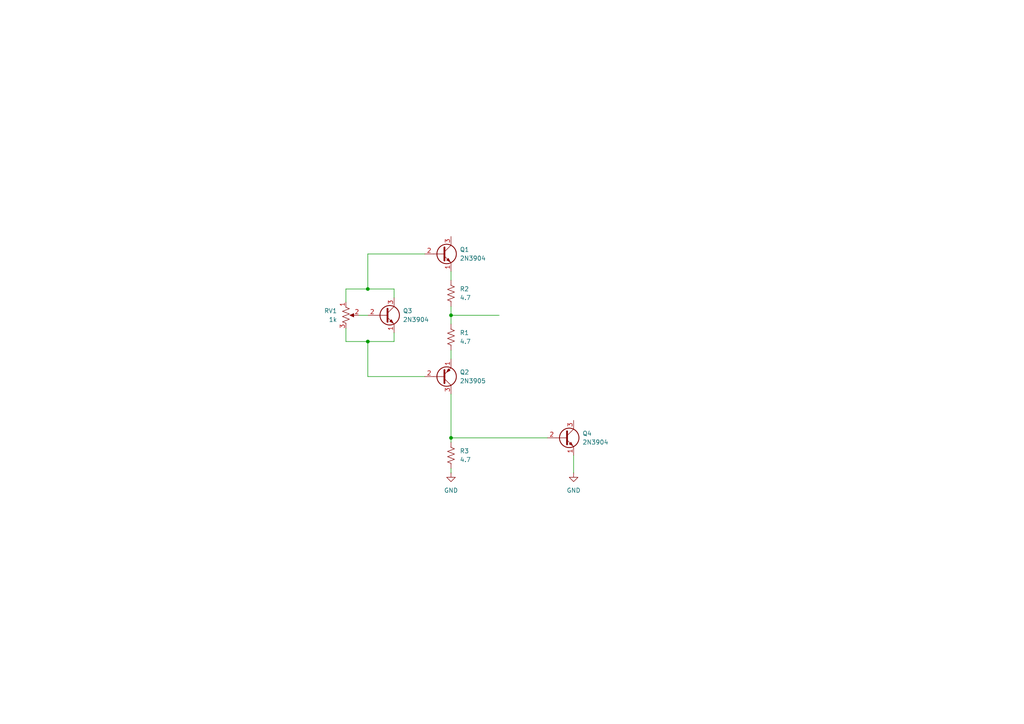
<source format=kicad_sch>
(kicad_sch (version 20250114) (generator "eeschema") (generator_version "9.0")
  (paper "A4")
  (lib_symbols
    (symbol "Device:R_Potentiometer_US" (pin_names (offset 1.016) (hide yes))
      (property "Reference" "RV" (at -4.445 0 90))
      (property "Value" "R_Potentiometer_US" (at -2.54 0 90))
      (symbol "R_Potentiometer_US_0_1"
        (polyline (pts (xy 0 2.54) (xy 0 2.286)))
        (polyline (pts (xy 0 2.286) (xy 1.016 1.905) (xy 0 1.524) (xy -1.016 1.143) (xy 0 0.762)))
        (polyline (pts (xy 0 0.762) (xy 1.016 0.381) (xy 0 0) (xy -1.016 -0.381) (xy 0 -0.762)))
        (polyline (pts (xy 0 -0.762) (xy 1.016 -1.143) (xy 0 -1.524) (xy -1.016 -1.905) (xy 0 -2.286)))
        (polyline (pts (xy 0 -2.286) (xy 0 -2.54)))
        (polyline (pts (xy 1.143 0) (xy 2.286 0.508) (xy 2.286 -0.508) (xy 1.143 0)) (fill (type outline)))
        (polyline (pts (xy 2.54 0) (xy 1.524 0)))
      )
      (symbol "R_Potentiometer_US_1_1"
        (pin passive line (at 0 3.81 270) (length 1.27) (name "1") (number "1"))
        (pin passive line (at 0 -3.81 90) (length 1.27) (name "3") (number "3"))
        (pin passive line (at 3.81 0 180) (length 1.27) (name "2") (number "2"))
      )
    )
    (symbol "Device:R_US" (pin_numbers (hide yes)) (pin_names (offset 0))
      (property "Reference" "R" (at 2.54 0 90))
      (property "Value" "R_US" (at -2.54 0 90))
      (symbol "R_US_0_1"
        (polyline (pts (xy 0 2.286) (xy 0 2.54)))
        (polyline (pts (xy 0 2.286) (xy 1.016 1.905) (xy 0 1.524) (xy -1.016 1.143) (xy 0 0.762)))
        (polyline (pts (xy 0 0.762) (xy 1.016 0.381) (xy 0 0) (xy -1.016 -0.381) (xy 0 -0.762)))
        (polyline (pts (xy 0 -0.762) (xy 1.016 -1.143) (xy 0 -1.524) (xy -1.016 -1.905) (xy 0 -2.286)))
        (polyline (pts (xy 0 -2.286) (xy 0 -2.54)))
      )
      (symbol "R_US_1_1"
        (pin passive line (at 0 3.81 270) (length 1.27) (name "~") (number "1"))
        (pin passive line (at 0 -3.81 90) (length 1.27) (name "~") (number "2"))
      )
    )
    (symbol "R_US_1" (pin_numbers (hide yes)) (pin_names (offset 0) (hide yes))
      (property "Reference" "R" (at 2.54 0 90))
      (property "Value" "R_US" (at -2.54 0 90))
      (symbol "R_US_1_0_1"
        (polyline (pts (xy 0 2.286) (xy 0 2.54)))
        (polyline (pts (xy 0 2.286) (xy 1.016 1.905) (xy 0 1.524) (xy -1.016 1.143) (xy 0 0.762)))
        (polyline (pts (xy 0 0.762) (xy 1.016 0.381) (xy 0 0) (xy -1.016 -0.381) (xy 0 -0.762)))
        (polyline (pts (xy 0 -0.762) (xy 1.016 -1.143) (xy 0 -1.524) (xy -1.016 -1.905) (xy 0 -2.286)))
        (polyline (pts (xy 0 -2.286) (xy 0 -2.54)))
      )
      (symbol "R_US_1_1_1"
        (pin passive line (at 0 3.81 270) (length 1.27) (name "~") (number "1"))
        (pin passive line (at 0 -3.81 90) (length 1.27) (name "~") (number "2"))
      )
    )
    (symbol "Transistor_BJT:2N3904" (pin_names (offset 0) (hide yes))
      (property "Reference" "Q" (at 5.08 1.905 0))
      (property "Value" "2N3904" (at 5.08 0 0))
      (symbol "2N3904_0_1"
        (polyline (pts (xy -2.54 0) (xy 0.635 0)))
        (polyline (pts (xy 0.635 1.905) (xy 0.635 -1.905)) (stroke (width 0.508)))
        (circle (center 1.27 0) (radius 2.8194) (stroke (width 0.254)))
      )
      (symbol "2N3904_1_1"
        (polyline (pts (xy 0.635 0.635) (xy 2.54 2.54)))
        (polyline (pts (xy 0.635 -0.635) (xy 2.54 -2.54)))
        (polyline (pts (xy 1.27 -1.778) (xy 1.778 -1.27) (xy 2.286 -2.286) (xy 1.27 -1.778)) (fill (type outline)))
        (pin input line (at -5.08 0 0) (length 2.54) (name "B") (number "2"))
        (pin passive line (at 2.54 5.08 270) (length 2.54) (name "C") (number "3"))
        (pin passive line (at 2.54 -5.08 90) (length 2.54) (name "E") (number "1"))
      )
    )
    (symbol "Transistor_BJT:2N3905" (pin_names (offset 0) (hide yes))
      (property "Reference" "Q" (at 5.08 1.905 0))
      (property "Value" "2N3905" (at 5.08 0 0))
      (symbol "2N3905_0_1"
        (polyline (pts (xy -2.54 0) (xy 0.635 0)))
        (polyline (pts (xy 0.635 1.905) (xy 0.635 -1.905)) (stroke (width 0.508)))
        (polyline (pts (xy 0.635 0.635) (xy 2.54 2.54)))
        (polyline (pts (xy 0.635 -0.635) (xy 2.54 -2.54)))
        (circle (center 1.27 0) (radius 2.8194) (stroke (width 0.254)))
        (polyline (pts (xy 2.286 -1.778) (xy 1.778 -2.286) (xy 1.27 -1.27) (xy 2.286 -1.778)) (fill (type outline)))
      )
      (symbol "2N3905_1_1"
        (pin input line (at -5.08 0 0) (length 2.54) (name "B") (number "2"))
        (pin passive line (at 2.54 5.08 270) (length 2.54) (name "C") (number "3"))
        (pin passive line (at 2.54 -5.08 90) (length 2.54) (name "E") (number "1"))
      )
    )
    (symbol "power:GND" (power) (pin_numbers (hide yes)) (pin_names (offset 0) (hide yes))
      (property "Value" "GND" (at 0 -3.81 0))
      (symbol "GND_0_1"
        (polyline (pts (xy 0 0) (xy 0 -1.27) (xy 1.27 -1.27) (xy 0 -2.54) (xy -1.27 -1.27) (xy 0 -1.27)))
      )
      (symbol "GND_1_1"
        (pin power_in line (at 0 0 270) (length 0) (name "~") (number "1"))
      )
    )
  )
  (junction (at 106.68 99.06))
  (junction (at 106.68 83.82))
  (junction (at 130.81 91.44))
  (junction (at 130.81 127))
  (wire (pts (xy 106.68 109.22) (xy 123.19 109.22)))
  (wire (pts (xy 104.14 91.44) (xy 106.68 91.44)))
  (wire (pts (xy 106.68 83.82) (xy 106.68 73.66)))
  (wire (pts (xy 100.33 83.82) (xy 106.68 83.82)))
  (wire (pts (xy 106.68 73.66) (xy 123.19 73.66)))
  (wire (pts (xy 130.81 91.44) (xy 130.81 93.98)))
  (wire (pts (xy 114.3 96.52) (xy 114.3 99.06)))
  (wire (pts (xy 130.81 78.74) (xy 130.81 81.28)))
  (wire (pts (xy 130.81 135.89) (xy 130.81 137.16)))
  (wire (pts (xy 130.81 127) (xy 130.81 128.27)))
  (wire (pts (xy 106.68 83.82) (xy 114.3 83.82)))
  (wire (pts (xy 100.33 99.06) (xy 106.68 99.06)))
  (wire (pts (xy 166.37 132.08) (xy 166.37 137.16)))
  (wire (pts (xy 130.81 91.44) (xy 144.78 91.44)))
  (wire (pts (xy 100.33 95.25) (xy 100.33 99.06)))
  (wire (pts (xy 130.81 127) (xy 158.75 127)))
  (wire (pts (xy 106.68 99.06) (xy 114.3 99.06)))
  (wire (pts (xy 130.81 88.9) (xy 130.81 91.44)))
  (wire (pts (xy 100.33 87.63) (xy 100.33 83.82)))
  (wire (pts (xy 106.68 99.06) (xy 106.68 109.22)))
  (wire (pts (xy 130.81 101.6) (xy 130.81 104.14)))
  (wire (pts (xy 130.81 114.3) (xy 130.81 127)))
  (wire (pts (xy 114.3 83.82) (xy 114.3 86.36)))
  (symbol (lib_id "power:GND") (at 166.37 137.16 0) (unit 1)
    (property "Reference" "#PWR02" (effects (hide yes)))
    (property "Value" "GND" (at 166.37 142.24 0))
    (property "Description" "Power symbol creates a global label with name \"GND\" , ground" (effects (hide yes)))
  )
  (symbol (lib_id "power:GND") (at 130.81 137.16 0) (unit 1)
    (property "Reference" "#PWR01" (effects (hide yes)))
    (property "Value" "GND" (at 130.81 142.24 0))
    (property "Description" "Power symbol creates a global label with name \"GND\" , ground" (effects (hide yes)))
  )
  (symbol (lib_id "Transistor_BJT:2N3904") (at 163.83 127 0) (unit 1)
    (property "Reference" "Q4" (at 168.91 125.7299 0) (effects (justify left)))
    (property "Value" "2N3904" (at 168.91 128.2699 0) (effects (justify left)))
    (property "Footprint" "Package_TO_SOT_THT:TO-92_Inline" (effects (hide yes)))
    (property "Datasheet" "https://www.onsemi.com/pub/Collateral/2N3903-D.PDF" (effects (hide yes)))
    (property "Description" "0.2A Ic, 40V Vce, Small Signal NPN Transistor, TO-92" (effects (hide yes)))
  )
  (symbol (lib_id "Transistor_BJT:2N3905") (at 128.27 109.22 0) (mirror x) (unit 1)
    (property "Reference" "Q2" (at 133.35 107.9499 0) (effects (justify left)))
    (property "Value" "2N3905" (at 133.35 110.4899 0) (effects (justify left)))
    (property "Footprint" "Package_TO_SOT_THT:TO-92_Inline" (effects (hide yes)))
    (property "Datasheet" "https://www.nteinc.com/specs/original/2N3905_06.pdf" (effects (hide yes)))
    (property "Description" "-0.2A Ic, -40V Vce, Small Signal PNP Transistor, TO-92" (effects (hide yes)))
  )
  (symbol (lib_id "Device:R_US") (at 130.81 97.79 0) (unit 1)
    (property "Reference" "R1" (at 133.35 96.5199 0) (effects (justify left)))
    (property "Value" "4.7" (at 133.35 99.0599 0) (effects (justify left)))
    (property "Footprint" "Resistor_THT:R_Axial_DIN0207_L6.3mm_D2.5mm_P15.24mm_Horizontal" (effects (hide yes)))
    (property "Description" "Resistor, US symbol" (effects (hide yes)))
  )
  (symbol (lib_name "R_US_1") (lib_id "Device:R_US") (at 130.81 85.09 0) (unit 1)
    (property "Reference" "R2" (at 133.35 83.8199 0) (effects (justify left)))
    (property "Value" "4.7" (at 133.35 86.3599 0) (effects (justify left)))
    (property "Footprint" "Resistor_THT:R_Axial_DIN0207_L6.3mm_D2.5mm_P15.24mm_Horizontal" (effects (hide yes)))
    (property "Description" "Resistor, US symbol" (effects (hide yes)))
  )
  (symbol (lib_name "R_US_1") (lib_id "Device:R_US") (at 130.81 132.08 0) (unit 1)
    (property "Reference" "R3" (at 133.35 130.8099 0) (effects (justify left)))
    (property "Value" "4.7" (at 133.35 133.3499 0) (effects (justify left)))
    (property "Footprint" "Resistor_THT:R_Axial_DIN0207_L6.3mm_D2.5mm_P15.24mm_Horizontal" (effects (hide yes)))
    (property "Description" "Resistor, US symbol" (effects (hide yes)))
  )
  (symbol (lib_id "Device:R_Potentiometer_US") (at 100.33 91.44 0) (unit 1)
    (property "Reference" "RV1" (at 97.79 90.1699 0) (effects (justify right)))
    (property "Value" "1k" (at 97.79 92.7099 0) (effects (justify right)))
    (property "Footprint" "Potentiometer_SMD:Potentiometer_Bourns_3224X_Vertical" (effects (hide yes)))
    (property "Description" "Potentiometer, US symbol" (effects (hide yes)))
  )
  (symbol (lib_id "Transistor_BJT:2N3904") (at 111.76 91.44 0) (unit 1)
    (property "Reference" "Q3" (at 116.84 90.1699 0) (effects (justify left)))
    (property "Value" "2N3904" (at 116.84 92.7099 0) (effects (justify left)))
    (property "Footprint" "Package_TO_SOT_THT:TO-92_Inline" (effects (hide yes)))
    (property "Datasheet" "https://www.onsemi.com/pub/Collateral/2N3903-D.PDF" (effects (hide yes)))
    (property "Description" "0.2A Ic, 40V Vce, Small Signal NPN Transistor, TO-92" (effects (hide yes)))
  )
  (symbol (lib_id "Transistor_BJT:2N3904") (at 128.27 73.66 0) (unit 1)
    (property "Reference" "Q1" (at 133.35 72.3899 0) (effects (justify left)))
    (property "Value" "2N3904" (at 133.35 74.9299 0) (effects (justify left)))
    (property "Footprint" "Package_TO_SOT_THT:TO-92_Inline" (effects (hide yes)))
    (property "Datasheet" "https://www.onsemi.com/pub/Collateral/2N3903-D.PDF" (effects (hide yes)))
    (property "Description" "0.2A Ic, 40V Vce, Small Signal NPN Transistor, TO-92" (effects (hide yes)))
  )
)
</source>
